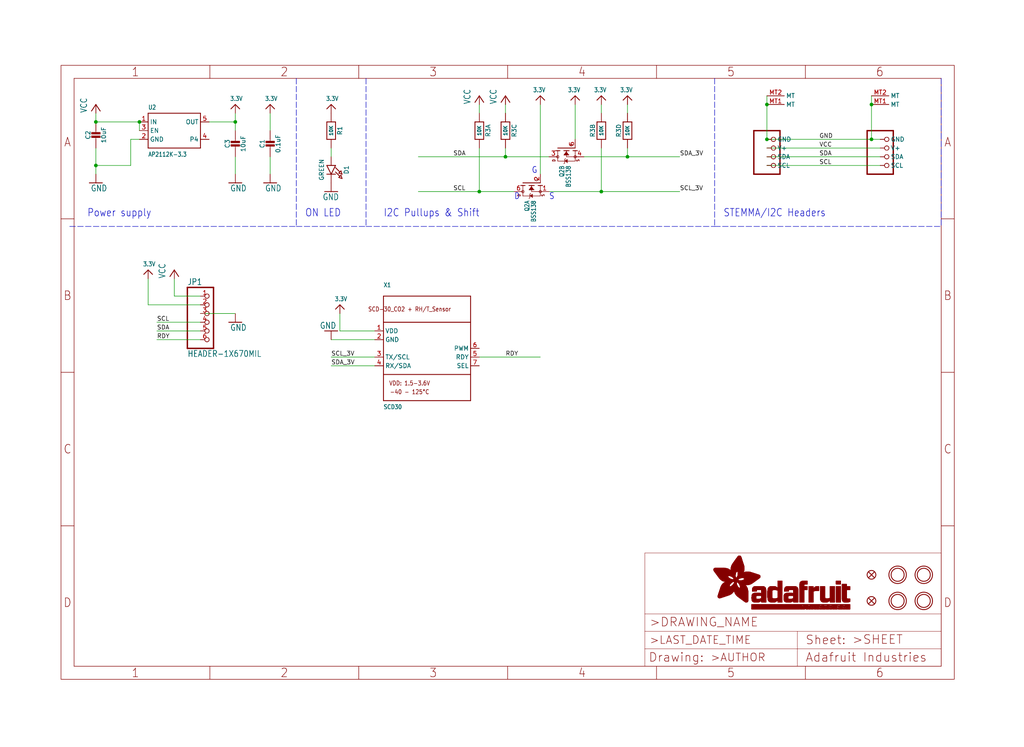
<source format=kicad_sch>
(kicad_sch (version 20211123) (generator eeschema)
  (paper "User" 298.45 217.881)
  (lib_symbols
    (symbol "eagleSchem-eagle-import:3.3V" (power)
      (property "Value" "3.3V" (at -1.524 1.016 0))
      (symbol "3.3V_1_0"
        (pin power_in line (at 0 -2.54 90) (length 2.54) (name "3.3V") (number "1"))
      )
    )
    (symbol "eagleSchem-eagle-import:CAP_CERAMIC0603_NO"
      (property "Reference" "C" (at -2.29 1.25 90))
      (property "Value" "CAP_CERAMIC0603_NO" (at 2.3 1.25 90))
      (symbol "CAP_CERAMIC0603_NO_1_0"
        (pin passive line (at 0 5.08 270) (length 2.54) (name "1") (number "1"))
        (pin passive line (at 0 -2.54 90) (length 2.54) (name "2") (number "2"))
      )
    )
    (symbol "eagleSchem-eagle-import:CAP_CERAMIC0805-NOOUTLINE"
      (property "Reference" "C" (at -2.29 1.25 90))
      (property "Value" "CAP_CERAMIC0805-NOOUTLINE" (at 2.3 1.25 90))
      (symbol "CAP_CERAMIC0805-NOOUTLINE_1_0"
        (pin passive line (at 0 5.08 270) (length 2.54) (name "1") (number "1"))
        (pin passive line (at 0 -2.54 90) (length 2.54) (name "2") (number "2"))
      )
    )
    (symbol "eagleSchem-eagle-import:FIDUCIAL_1MM")
    (symbol "eagleSchem-eagle-import:FRAME_A4_ADAFRUIT"
      (symbol "FRAME_A4_ADAFRUIT_0_0"
        (text "1" (at 21.6958 1.905 0) (effects (font (size 2.54 2.286))))
        (text "1" (at 21.6958 177.165 0) (effects (font (size 2.54 2.286))))
        (text "2" (at 65.0875 1.905 0) (effects (font (size 2.54 2.286))))
        (text "2" (at 65.0875 177.165 0) (effects (font (size 2.54 2.286))))
        (text "3" (at 108.4792 1.905 0) (effects (font (size 2.54 2.286))))
        (text "3" (at 108.4792 177.165 0) (effects (font (size 2.54 2.286))))
        (text "4" (at 151.8708 1.905 0) (effects (font (size 2.54 2.286))))
        (text "4" (at 151.8708 177.165 0) (effects (font (size 2.54 2.286))))
        (text "5" (at 195.2625 1.905 0) (effects (font (size 2.54 2.286))))
        (text "5" (at 195.2625 177.165 0) (effects (font (size 2.54 2.286))))
        (text "6" (at 238.6542 1.905 0) (effects (font (size 2.54 2.286))))
        (text "6" (at 238.6542 177.165 0) (effects (font (size 2.54 2.286))))
        (text "A" (at 1.905 156.6863 0) (effects (font (size 2.54 2.286))))
        (text "A" (at 258.445 156.6863 0) (effects (font (size 2.54 2.286))))
        (text "B" (at 1.905 111.9188 0) (effects (font (size 2.54 2.286))))
        (text "B" (at 258.445 111.9188 0) (effects (font (size 2.54 2.286))))
        (text "C" (at 1.905 67.1513 0) (effects (font (size 2.54 2.286))))
        (text "C" (at 258.445 67.1513 0) (effects (font (size 2.54 2.286))))
        (text "D" (at 1.905 22.3838 0) (effects (font (size 2.54 2.286))))
        (text "D" (at 258.445 22.3838 0) (effects (font (size 2.54 2.286))))
      )
      (symbol "FRAME_A4_ADAFRUIT_1_0"
        (text ">AUTHOR" (at 189.23 5.08 0) (effects (font (size 2.286 2.286)) (justify left bottom)))
        (text ">DRAWING_NAME" (at 171.45 15.24 0) (effects (font (size 2.54 2.54)) (justify left bottom)))
        (text ">LAST_DATE_TIME" (at 171.45 10.16 0) (effects (font (size 2.286 2.286)) (justify left bottom)))
        (text ">SHEET" (at 230.505 10.16 0) (effects (font (size 2.54 2.54)) (justify left bottom)))
        (text "Adafruit Industries" (at 216.916 4.953 0) (effects (font (size 2.54 2.54)) (justify left bottom)))
        (text "Drawing:" (at 171.196 4.953 0) (effects (font (size 2.54 2.54)) (justify left bottom)))
        (text "Sheet:" (at 216.916 10.033 0) (effects (font (size 2.54 2.54)) (justify left bottom)))
      )
    )
    (symbol "eagleSchem-eagle-import:GND" (power)
      (property "Value" "GND" (at -2.54 -2.54 0))
      (symbol "GND_1_0"
        (pin power_in line (at 0 2.54 270) (length 2.54) (name "GND") (number "1"))
      )
    )
    (symbol "eagleSchem-eagle-import:HEADER-1X670MIL"
      (property "Reference" "JP" (at -6.35 10.795 0))
      (property "Value" "HEADER-1X670MIL" (at -6.35 -10.16 0))
      (symbol "HEADER-1X670MIL_1_0"
        (pin passive inverted (at -2.54 7.62 0) (length 2.54) (name "1") (number "1"))
        (pin passive inverted (at -2.54 5.08 0) (length 2.54) (name "2") (number "2"))
        (pin passive inverted (at -2.54 2.54 0) (length 2.54) (name "3") (number "3"))
        (pin passive inverted (at -2.54 0 0) (length 2.54) (name "4") (number "4"))
        (pin passive inverted (at -2.54 -2.54 0) (length 2.54) (name "5") (number "5"))
        (pin passive inverted (at -2.54 -5.08 0) (length 2.54) (name "6") (number "6"))
      )
    )
    (symbol "eagleSchem-eagle-import:LED0603_NOOUTLINE"
      (property "Reference" "D" (at -1.27 4.445 0))
      (property "Value" "LED0603_NOOUTLINE" (at -1.27 -2.794 0))
      (symbol "LED0603_NOOUTLINE_1_0"
        (pin passive line (at -5.08 0 0) (length 2.54) (name "A") (number "A"))
        (pin passive line (at 2.54 0 180) (length 2.54) (name "C") (number "C"))
      )
    )
    (symbol "eagleSchem-eagle-import:MOSFET-N_DUAL"
      (property "Reference" "Q" (at 5.08 0.635 0))
      (property "Value" "MOSFET-N_DUAL" (at 5.08 -1.27 0))
      (symbol "MOSFET-N_DUAL_1_0"
        (text "D" (at 3.175 3.175 0) (effects (font (size 0.8128 0.6908)) (justify left bottom)))
        (text "G" (at -1.27 -1.905 0) (effects (font (size 0.8128 0.6908)) (justify left bottom)))
        (text "S" (at 3.175 -3.81 0) (effects (font (size 0.8128 0.6908)) (justify left bottom)))
        (pin bidirectional line (at 2.54 -5.08 90) (length 2.54) (name "S") (number "1"))
        (pin bidirectional line (at -2.54 -2.54 0) (length 2.54) (name "G") (number "2"))
        (pin bidirectional line (at 2.54 5.08 270) (length 2.54) (name "D") (number "6"))
      )
      (symbol "MOSFET-N_DUAL_2_0"
        (text "D" (at 3.175 3.175 0) (effects (font (size 0.8128 0.6908)) (justify left bottom)))
        (text "G" (at -1.27 -1.905 0) (effects (font (size 0.8128 0.6908)) (justify left bottom)))
        (text "S" (at 3.175 -3.81 0) (effects (font (size 0.8128 0.6908)) (justify left bottom)))
        (pin bidirectional line (at 2.54 5.08 270) (length 2.54) (name "D") (number "3"))
        (pin bidirectional line (at 2.54 -5.08 90) (length 2.54) (name "S") (number "4"))
        (pin bidirectional line (at -2.54 -2.54 0) (length 2.54) (name "G") (number "5"))
      )
    )
    (symbol "eagleSchem-eagle-import:MOUNTINGHOLE2.5")
    (symbol "eagleSchem-eagle-import:RESISTOR_0603_NOOUT"
      (property "Reference" "R" (at 0 2.54 0))
      (property "Value" "RESISTOR_0603_NOOUT" (at 0 0 0))
      (symbol "RESISTOR_0603_NOOUT_1_0"
        (pin passive line (at -5.08 0 0) (length 2.54) (name "1") (number "1"))
        (pin passive line (at 5.08 0 180) (length 2.54) (name "2") (number "2"))
      )
    )
    (symbol "eagleSchem-eagle-import:RESISTOR_4PACK"
      (property "Reference" "R" (at 0 2.54 0))
      (property "Value" "RESISTOR_4PACK" (at 0 0 0))
      (symbol "RESISTOR_4PACK_1_0"
        (pin passive line (at -5.08 0 0) (length 2.54) (name "1") (number "1"))
        (pin passive line (at 5.08 0 180) (length 2.54) (name "2") (number "8"))
      )
      (symbol "RESISTOR_4PACK_2_0"
        (pin passive line (at -5.08 0 0) (length 2.54) (name "1") (number "2"))
        (pin passive line (at 5.08 0 180) (length 2.54) (name "2") (number "7"))
      )
      (symbol "RESISTOR_4PACK_3_0"
        (pin passive line (at -5.08 0 0) (length 2.54) (name "1") (number "3"))
        (pin passive line (at 5.08 0 180) (length 2.54) (name "2") (number "6"))
      )
      (symbol "RESISTOR_4PACK_4_0"
        (pin passive line (at -5.08 0 0) (length 2.54) (name "1") (number "4"))
        (pin passive line (at 5.08 0 180) (length 2.54) (name "2") (number "5"))
      )
    )
    (symbol "eagleSchem-eagle-import:SCD30"
      (property "Reference" "X" (at -12.7 17.78 0))
      (property "Value" "SCD30" (at -12.7 -17.78 0))
      (symbol "SCD30_1_0"
        (text "-40 - 125°C" (at -5.08 -12.7 0) (effects (font (size 1.27 1.0795))))
        (text "SCD-30_CO2 + RH/T_Sensor" (at -5.08 11.43 0) (effects (font (size 1.27 1.0795))))
        (text "VDD: 1.5-3.6V" (at -5.08 -10.16 0) (effects (font (size 1.27 1.0795))))
        (pin power_in line (at -15.24 5.08 0) (length 2.54) (name "VDD") (number "1"))
        (pin power_in line (at -15.24 2.54 0) (length 2.54) (name "GND") (number "2"))
        (pin input line (at -15.24 -2.54 0) (length 2.54) (name "TX/SCL") (number "3"))
        (pin bidirectional line (at -15.24 -5.08 0) (length 2.54) (name "RX/SDA") (number "4"))
        (pin output line (at 15.24 -2.54 180) (length 2.54) (name "RDY") (number "5"))
        (pin output line (at 15.24 0 180) (length 2.54) (name "PWM") (number "6"))
        (pin input line (at 15.24 -5.08 180) (length 2.54) (name "SEL") (number "7"))
      )
    )
    (symbol "eagleSchem-eagle-import:STEMMA_I2C_QT"
      (symbol "STEMMA_I2C_QT_1_0"
        (pin passive inverted (at 0 5.08 0) (length 2.54) (name "GND") (number "1"))
        (pin passive inverted (at 0 2.54 0) (length 2.54) (name "V+") (number "2"))
        (pin passive inverted (at 0 0 0) (length 2.54) (name "SDA") (number "3"))
        (pin passive inverted (at 0 -2.54 0) (length 2.54) (name "SCL") (number "4"))
      )
      (symbol "STEMMA_I2C_QT_2_0"
        (pin bidirectional line (at 0 0 0) (length 5.08) (name "MT") (number "MT1"))
      )
      (symbol "STEMMA_I2C_QT_3_0"
        (pin bidirectional line (at 0 0 0) (length 5.08) (name "MT") (number "MT2"))
      )
    )
    (symbol "eagleSchem-eagle-import:VCC" (power)
      (property "Value" "VCC" (at -2.54 -2.54 90))
      (symbol "VCC_1_0"
        (pin power_in line (at 0 -2.54 90) (length 2.54) (name "VCC") (number "1"))
      )
    )
    (symbol "eagleSchem-eagle-import:VREG_SOT23-5"
      (property "Reference" "U" (at -7.62 6.096 0))
      (property "Value" "VREG_SOT23-5" (at -7.62 -7.62 0))
      (symbol "VREG_SOT23-5_1_0"
        (pin power_in line (at -10.16 2.54 0) (length 2.54) (name "IN") (number "1"))
        (pin power_in line (at -10.16 -2.54 0) (length 2.54) (name "GND") (number "2"))
        (pin input line (at -10.16 0 0) (length 2.54) (name "EN") (number "3"))
        (pin bidirectional line (at 10.16 -2.54 180) (length 2.54) (name "P4") (number "4"))
        (pin power_in line (at 10.16 2.54 180) (length 2.54) (name "OUT") (number "5"))
      )
    )
  )
  (junction (at 147.32 45.72))
  (junction (at 223.52 30.48))
  (junction (at 182.88 45.72))
  (junction (at 254 30.48))
  (junction (at 254 40.64))
  (junction (at 175.26 55.88))
  (junction (at 139.7 55.88))
  (junction (at 40.64 35.56))
  (junction (at 68.58 35.56))
  (junction (at 223.52 40.64))
  (junction (at 27.94 35.56))
  (junction (at 27.94 48.26))
  (wire (pts (xy 167.64 40.64) (xy 167.64 30.48)))
  (wire (pts (xy 38.1 40.64) (xy 38.1 48.26)))
  (wire (pts (xy 99.06 96.52) (xy 99.06 91.44)))
  (wire (pts (xy 58.42 86.36) (xy 50.8 86.36)))
  (polyline (pts (xy 106.68 66.04) (xy 208.28 66.04)))
  (wire (pts (xy 96.52 45.72) (xy 96.52 43.18)))
  (wire (pts (xy 139.7 43.18) (xy 139.7 55.88)))
  (wire (pts (xy 78.74 33.02) (xy 78.74 38.1)))
  (wire (pts (xy 175.26 43.18) (xy 175.26 55.88)))
  (wire (pts (xy 149.86 55.88) (xy 139.7 55.88)))
  (wire (pts (xy 109.22 96.52) (xy 99.06 96.52)))
  (polyline (pts (xy 106.68 22.86) (xy 106.68 66.04)))
  (polyline (pts (xy 86.36 22.86) (xy 86.36 66.04)))
  (wire (pts (xy 139.7 55.88) (xy 121.92 55.88)))
  (wire (pts (xy 223.52 48.26) (xy 256.54 48.26)))
  (wire (pts (xy 27.94 33.02) (xy 27.94 35.56)))
  (wire (pts (xy 223.52 27.94) (xy 223.52 30.48)))
  (wire (pts (xy 256.54 45.72) (xy 223.52 45.72)))
  (wire (pts (xy 40.64 38.1) (xy 40.64 35.56)))
  (wire (pts (xy 40.64 35.56) (xy 27.94 35.56)))
  (wire (pts (xy 182.88 43.18) (xy 182.88 45.72)))
  (wire (pts (xy 182.88 45.72) (xy 198.12 45.72)))
  (wire (pts (xy 38.1 48.26) (xy 27.94 48.26)))
  (wire (pts (xy 68.58 35.56) (xy 68.58 38.1)))
  (wire (pts (xy 60.96 35.56) (xy 68.58 35.56)))
  (wire (pts (xy 96.52 106.68) (xy 109.22 106.68)))
  (wire (pts (xy 50.8 86.36) (xy 50.8 81.28)))
  (wire (pts (xy 160.02 55.88) (xy 175.26 55.88)))
  (wire (pts (xy 68.58 45.72) (xy 68.58 50.8)))
  (wire (pts (xy 139.7 30.48) (xy 139.7 33.02)))
  (wire (pts (xy 43.18 88.9) (xy 43.18 81.28)))
  (wire (pts (xy 58.42 96.52) (xy 45.72 96.52)))
  (wire (pts (xy 175.26 33.02) (xy 175.26 30.48)))
  (wire (pts (xy 109.22 99.06) (xy 96.52 99.06)))
  (wire (pts (xy 157.48 50.8) (xy 157.48 30.48)))
  (polyline (pts (xy 86.36 66.04) (xy 106.68 66.04)))
  (wire (pts (xy 147.32 43.18) (xy 147.32 45.72)))
  (wire (pts (xy 223.52 43.18) (xy 256.54 43.18)))
  (polyline (pts (xy 274.32 22.86) (xy 274.32 66.04)))
  (wire (pts (xy 58.42 99.06) (xy 45.72 99.06)))
  (wire (pts (xy 40.64 40.64) (xy 38.1 40.64)))
  (wire (pts (xy 58.42 91.44) (xy 68.58 91.44)))
  (wire (pts (xy 58.42 93.98) (xy 45.72 93.98)))
  (wire (pts (xy 147.32 45.72) (xy 121.92 45.72)))
  (wire (pts (xy 223.52 30.48) (xy 223.52 40.64)))
  (wire (pts (xy 27.94 48.26) (xy 27.94 50.8)))
  (wire (pts (xy 254 30.48) (xy 254 40.64)))
  (wire (pts (xy 254 27.94) (xy 254 30.48)))
  (wire (pts (xy 254 40.64) (xy 223.52 40.64)))
  (wire (pts (xy 109.22 104.14) (xy 96.52 104.14)))
  (wire (pts (xy 68.58 35.56) (xy 68.58 33.02)))
  (polyline (pts (xy 20.32 66.04) (xy 86.36 66.04)))
  (wire (pts (xy 78.74 45.72) (xy 78.74 50.8)))
  (wire (pts (xy 256.54 40.64) (xy 254 40.64)))
  (polyline (pts (xy 208.28 66.04) (xy 274.32 66.04)))
  (wire (pts (xy 175.26 55.88) (xy 198.12 55.88)))
  (wire (pts (xy 182.88 33.02) (xy 182.88 30.48)))
  (polyline (pts (xy 208.28 22.86) (xy 208.28 66.04)))
  (wire (pts (xy 27.94 48.26) (xy 27.94 43.18)))
  (wire (pts (xy 170.18 45.72) (xy 182.88 45.72)))
  (wire (pts (xy 58.42 88.9) (xy 43.18 88.9)))
  (wire (pts (xy 139.7 104.14) (xy 157.48 104.14)))
  (wire (pts (xy 160.02 45.72) (xy 147.32 45.72)))
  (wire (pts (xy 147.32 33.02) (xy 147.32 30.48)))
  (text "ON LED" (at 88.9 63.5 180) (effects (font (size 2.1844 1.8567)) (justify left bottom)))
  (text "STEMMA/I2C Headers" (at 210.82 63.5 180) (effects (font (size 2.1844 1.8567)) (justify left bottom)))
  (text "D" (at 149.86 58.42 180) (effects (font (size 1.778 1.5113)) (justify left bottom)))
  (text "Power supply" (at 25.4 63.5 180) (effects (font (size 2.1844 1.8567)) (justify left bottom)))
  (text "S" (at 160.02 58.42 180) (effects (font (size 1.778 1.5113)) (justify left bottom)))
  (text "G" (at 154.94 50.8 180) (effects (font (size 1.778 1.5113)) (justify left bottom)))
  (text "I2C Pullups & Shift" (at 111.76 63.5 180) (effects (font (size 2.1844 1.8567)) (justify left bottom)))
  (label "RDY" (at 45.72 99.06 0) (effects (font (size 1.2446 1.2446))))
  (label "GND" (at 238.76 40.64 0) (effects (font (size 1.2446 1.2446))))
  (label "SDA" (at 238.76 45.72 0) (effects (font (size 1.2446 1.2446))))
  (label "SDA_3V" (at 198.12 45.72 0) (effects (font (size 1.2446 1.2446))))
  (label "SCL" (at 45.72 93.98 0) (effects (font (size 1.2446 1.2446))))
  (label "SCL_3V" (at 198.12 55.88 0) (effects (font (size 1.2446 1.2446))))
  (label "SCL_3V" (at 96.52 104.14 0) (effects (font (size 1.2446 1.2446))))
  (label "SDA_3V" (at 96.52 106.68 0) (effects (font (size 1.2446 1.2446))))
  (label "VCC" (at 238.76 43.18 0) (effects (font (size 1.2446 1.2446))))
  (label "SCL" (at 132.08 55.88 0) (effects (font (size 1.2446 1.2446))))
  (label "SDA" (at 132.08 45.72 0) (effects (font (size 1.2446 1.2446))))
  (label "SCL" (at 238.76 48.26 0) (effects (font (size 1.2446 1.2446))))
  (label "SDA" (at 45.72 96.52 0) (effects (font (size 1.2446 1.2446))))
  (label "RDY" (at 147.32 104.14 0) (effects (font (size 1.2446 1.2446))))
  (symbol (lib_id "eagleSchem-eagle-import:3.3V") (at 182.88 27.94 0) (mirror y) (unit 1)
    (property "Reference" "#U$7" (effects hide))
    (property "Value" "3.3V" (at 184.404 26.924 0) (effects (font (size 1.27 1.0795)) (justify left bottom)))
    (property "Footprint" "eagleSchem:" (effects hide))
  )
  (symbol (lib_id "eagleSchem-eagle-import:MOSFET-N_DUAL") (at 154.94 53.34 90) (mirror x) (unit 1)
    (property "Reference" "Q2" (at 154.305 58.42 0) (effects (font (size 1.27 1.0795)) (justify left bottom)))
    (property "Value" "BSS138" (at 156.21 58.42 0) (effects (font (size 1.27 1.0795)) (justify left bottom)))
    (property "Footprint" "eagleSchem:SOT363" (effects hide))
  )
  (symbol (lib_id "eagleSchem-eagle-import:3.3V") (at 157.48 27.94 0) (mirror y) (unit 1)
    (property "Reference" "#U$26" (effects hide))
    (property "Value" "3.3V" (at 159.004 26.924 0) (effects (font (size 1.27 1.0795)) (justify left bottom)))
    (property "Footprint" "eagleSchem:" (effects hide))
  )
  (symbol (lib_id "eagleSchem-eagle-import:LED0603_NOOUTLINE") (at 96.52 50.8 270) (unit 1)
    (property "Reference" "D1" (at 100.965 49.53 0))
    (property "Value" "GREEN" (at 93.726 49.53 0))
    (property "Footprint" "eagleSchem:CHIPLED_0603_NOOUTLINE" (effects hide))
  )
  (symbol (lib_id "eagleSchem-eagle-import:3.3V") (at 99.06 88.9 0) (unit 1)
    (property "Reference" "#U$2" (effects hide))
    (property "Value" "3.3V" (at 97.536 87.884 0) (effects (font (size 1.27 1.0795)) (justify left bottom)))
    (property "Footprint" "eagleSchem:" (effects hide))
  )
  (symbol (lib_id "eagleSchem-eagle-import:GND") (at 68.58 53.34 0) (unit 1)
    (property "Reference" "#U$5" (effects hide))
    (property "Value" "GND" (at 67.056 55.88 0) (effects (font (size 1.778 1.5113)) (justify left bottom)))
    (property "Footprint" "eagleSchem:" (effects hide))
  )
  (symbol (lib_id "eagleSchem-eagle-import:STEMMA_I2C_QT") (at 223.52 45.72 0) (unit 1)
    (property "Reference" "CONN3" (effects hide))
    (property "Value" "STEMMA_I2C_QT" (effects hide))
    (property "Footprint" "eagleSchem:JST_SH4" (effects hide))
  )
  (symbol (lib_id "eagleSchem-eagle-import:CAP_CERAMIC0805-NOOUTLINE") (at 68.58 43.18 0) (unit 1)
    (property "Reference" "C3" (at 66.29 41.93 90))
    (property "Value" "10uF" (at 70.88 41.93 90))
    (property "Footprint" "eagleSchem:0805-NO" (effects hide))
  )
  (symbol (lib_id "eagleSchem-eagle-import:GND") (at 27.94 53.34 0) (unit 1)
    (property "Reference" "#U$13" (effects hide))
    (property "Value" "GND" (at 26.416 55.88 0) (effects (font (size 1.778 1.5113)) (justify left bottom)))
    (property "Footprint" "eagleSchem:" (effects hide))
  )
  (symbol (lib_id "eagleSchem-eagle-import:FRAME_A4_ADAFRUIT") (at 17.78 198.12 0) (unit 1)
    (property "Reference" "#U$18" (effects hide))
    (property "Value" "FRAME_A4_ADAFRUIT" (effects hide))
    (property "Footprint" "eagleSchem:" (effects hide))
  )
  (symbol (lib_id "eagleSchem-eagle-import:GND") (at 78.74 53.34 0) (unit 1)
    (property "Reference" "#U$6" (effects hide))
    (property "Value" "GND" (at 77.216 55.88 0) (effects (font (size 1.778 1.5113)) (justify left bottom)))
    (property "Footprint" "eagleSchem:" (effects hide))
  )
  (symbol (lib_id "eagleSchem-eagle-import:MOUNTINGHOLE2.5") (at 261.62 167.64 0) (unit 1)
    (property "Reference" "U$17" (effects hide))
    (property "Value" "MOUNTINGHOLE2.5" (effects hide))
    (property "Footprint" "eagleSchem:MOUNTINGHOLE_2.5_PLATED" (effects hide))
  )
  (symbol (lib_id "eagleSchem-eagle-import:RESISTOR_4PACK") (at 175.26 38.1 90) (mirror x) (unit 2)
    (property "Reference" "R3" (at 172.72 38.1 0))
    (property "Value" "10K" (at 175.26 38.1 0) (effects (font (size 1.016 1.016) bold)))
    (property "Footprint" "eagleSchem:RESPACK_4X0603" (effects hide))
  )
  (symbol (lib_id "eagleSchem-eagle-import:3.3V") (at 96.52 30.48 0) (unit 1)
    (property "Reference" "#U$3" (effects hide))
    (property "Value" "3.3V" (at 94.996 29.464 0) (effects (font (size 1.27 1.0795)) (justify left bottom)))
    (property "Footprint" "eagleSchem:" (effects hide))
  )
  (symbol (lib_id "eagleSchem-eagle-import:VCC") (at 50.8 78.74 0) (unit 1)
    (property "Reference" "#P+4" (effects hide))
    (property "Value" "VCC" (at 48.26 81.28 90) (effects (font (size 1.778 1.5113)) (justify left bottom)))
    (property "Footprint" "eagleSchem:" (effects hide))
  )
  (symbol (lib_id "eagleSchem-eagle-import:VCC") (at 147.32 27.94 0) (unit 1)
    (property "Reference" "#P+2" (effects hide))
    (property "Value" "VCC" (at 144.78 30.48 90) (effects (font (size 1.778 1.5113)) (justify left bottom)))
    (property "Footprint" "eagleSchem:" (effects hide))
  )
  (symbol (lib_id "eagleSchem-eagle-import:RESISTOR_0603_NOOUT") (at 96.52 38.1 270) (unit 1)
    (property "Reference" "R1" (at 99.06 38.1 0))
    (property "Value" "10K" (at 96.52 38.1 0) (effects (font (size 1.016 1.016) bold)))
    (property "Footprint" "eagleSchem:0603-NO" (effects hide))
  )
  (symbol (lib_id "eagleSchem-eagle-import:3.3V") (at 167.64 27.94 0) (mirror y) (unit 1)
    (property "Reference" "#U$23" (effects hide))
    (property "Value" "3.3V" (at 169.164 26.924 0) (effects (font (size 1.27 1.0795)) (justify left bottom)))
    (property "Footprint" "eagleSchem:" (effects hide))
  )
  (symbol (lib_id "eagleSchem-eagle-import:GND") (at 96.52 55.88 0) (unit 1)
    (property "Reference" "#GND6" (effects hide))
    (property "Value" "GND" (at 93.98 58.42 0) (effects (font (size 1.778 1.5113)) (justify left bottom)))
    (property "Footprint" "eagleSchem:" (effects hide))
  )
  (symbol (lib_id "eagleSchem-eagle-import:RESISTOR_4PACK") (at 147.32 38.1 270) (unit 3)
    (property "Reference" "R3" (at 149.86 38.1 0))
    (property "Value" "10K" (at 147.32 38.1 0) (effects (font (size 1.016 1.016) bold)))
    (property "Footprint" "eagleSchem:RESPACK_4X0603" (effects hide))
  )
  (symbol (lib_id "eagleSchem-eagle-import:3.3V") (at 78.74 30.48 0) (unit 1)
    (property "Reference" "#U$14" (effects hide))
    (property "Value" "3.3V" (at 77.216 29.464 0) (effects (font (size 1.27 1.0795)) (justify left bottom)))
    (property "Footprint" "eagleSchem:" (effects hide))
  )
  (symbol (lib_id "eagleSchem-eagle-import:3.3V") (at 68.58 30.48 0) (unit 1)
    (property "Reference" "#U$15" (effects hide))
    (property "Value" "3.3V" (at 67.056 29.464 0) (effects (font (size 1.27 1.0795)) (justify left bottom)))
    (property "Footprint" "eagleSchem:" (effects hide))
  )
  (symbol (lib_id "eagleSchem-eagle-import:CAP_CERAMIC0603_NO") (at 78.74 43.18 0) (unit 1)
    (property "Reference" "C1" (at 76.45 41.93 90))
    (property "Value" "0.1uF" (at 81.04 41.93 90))
    (property "Footprint" "eagleSchem:0603-NO" (effects hide))
  )
  (symbol (lib_id "eagleSchem-eagle-import:FIDUCIAL_1MM") (at 254 167.64 0) (unit 1)
    (property "Reference" "FID4" (effects hide))
    (property "Value" "FIDUCIAL_1MM" (effects hide))
    (property "Footprint" "eagleSchem:FIDUCIAL_1MM" (effects hide))
  )
  (symbol (lib_id "eagleSchem-eagle-import:VCC") (at 139.7 27.94 0) (unit 1)
    (property "Reference" "#P+1" (effects hide))
    (property "Value" "VCC" (at 137.16 30.48 90) (effects (font (size 1.778 1.5113)) (justify left bottom)))
    (property "Footprint" "eagleSchem:" (effects hide))
  )
  (symbol (lib_id "eagleSchem-eagle-import:FIDUCIAL_1MM") (at 254 175.26 0) (unit 1)
    (property "Reference" "FID3" (effects hide))
    (property "Value" "FIDUCIAL_1MM" (effects hide))
    (property "Footprint" "eagleSchem:FIDUCIAL_1MM" (effects hide))
  )
  (symbol (lib_id "eagleSchem-eagle-import:GND") (at 96.52 96.52 180) (unit 1)
    (property "Reference" "#U$4" (effects hide))
    (property "Value" "GND" (at 98.044 93.98 0) (effects (font (size 1.778 1.5113)) (justify left bottom)))
    (property "Footprint" "eagleSchem:" (effects hide))
  )
  (symbol (lib_id "eagleSchem-eagle-import:STEMMA_I2C_QT") (at 223.52 27.94 0) (unit 3)
    (property "Reference" "CONN3" (effects hide))
    (property "Value" "STEMMA_I2C_QT" (effects hide))
    (property "Footprint" "eagleSchem:JST_SH4" (effects hide))
  )
  (symbol (lib_id "eagleSchem-eagle-import:CAP_CERAMIC0805-NOOUTLINE") (at 27.94 40.64 0) (unit 1)
    (property "Reference" "C2" (at 25.65 39.39 90))
    (property "Value" "10uF" (at 30.24 39.39 90))
    (property "Footprint" "eagleSchem:0805-NO" (effects hide))
  )
  (symbol (lib_id "eagleSchem-eagle-import:GND") (at 68.58 93.98 0) (unit 1)
    (property "Reference" "#U$10" (effects hide))
    (property "Value" "GND" (at 67.056 96.52 0) (effects (font (size 1.778 1.5113)) (justify left bottom)))
    (property "Footprint" "eagleSchem:" (effects hide))
  )
  (symbol (lib_id "eagleSchem-eagle-import:SCD30") (at 124.46 101.6 0) (unit 1)
    (property "Reference" "X1" (at 111.76 83.82 0) (effects (font (size 1.27 1.0795)) (justify left bottom)))
    (property "Value" "SCD30" (at 111.76 119.38 0) (effects (font (size 1.27 1.0795)) (justify left bottom)))
    (property "Footprint" "eagleSchem:SCD30" (effects hide))
  )
  (symbol (lib_id "eagleSchem-eagle-import:STEMMA_I2C_QT") (at 254 30.48 0) (unit 2)
    (property "Reference" "CONN4" (effects hide))
    (property "Value" "STEMMA_I2C_QT" (effects hide))
    (property "Footprint" "eagleSchem:JST_SH4" (effects hide))
  )
  (symbol (lib_id "eagleSchem-eagle-import:MOUNTINGHOLE2.5") (at 261.62 175.26 0) (unit 1)
    (property "Reference" "U$1" (effects hide))
    (property "Value" "MOUNTINGHOLE2.5" (effects hide))
    (property "Footprint" "eagleSchem:MOUNTINGHOLE_2.5_PLATED" (effects hide))
  )
  (symbol (lib_id "eagleSchem-eagle-import:3.3V") (at 175.26 27.94 0) (mirror y) (unit 1)
    (property "Reference" "#U$24" (effects hide))
    (property "Value" "3.3V" (at 176.784 26.924 0) (effects (font (size 1.27 1.0795)) (justify left bottom)))
    (property "Footprint" "eagleSchem:" (effects hide))
  )
  (symbol (lib_id "eagleSchem-eagle-import:RESISTOR_4PACK") (at 182.88 38.1 90) (mirror x) (unit 4)
    (property "Reference" "R3" (at 180.34 38.1 0))
    (property "Value" "10K" (at 182.88 38.1 0) (effects (font (size 1.016 1.016) bold)))
    (property "Footprint" "eagleSchem:RESPACK_4X0603" (effects hide))
  )
  (symbol (lib_id "eagleSchem-eagle-import:RESISTOR_4PACK") (at 139.7 38.1 270) (unit 1)
    (property "Reference" "R3" (at 142.24 38.1 0))
    (property "Value" "10K" (at 139.7 38.1 0) (effects (font (size 1.016 1.016) bold)))
    (property "Footprint" "eagleSchem:RESPACK_4X0603" (effects hide))
  )
  (symbol (lib_id "eagleSchem-eagle-import:HEADER-1X670MIL") (at 60.96 93.98 0) (unit 1)
    (property "Reference" "JP1" (at 54.61 83.185 0) (effects (font (size 1.778 1.5113)) (justify left bottom)))
    (property "Value" "HEADER-1X670MIL" (at 54.61 104.14 0) (effects (font (size 1.778 1.5113)) (justify left bottom)))
    (property "Footprint" "eagleSchem:1X06_ROUND_70" (effects hide))
  )
  (symbol (lib_id "eagleSchem-eagle-import:3.3V") (at 43.18 78.74 0) (unit 1)
    (property "Reference" "#U$16" (effects hide))
    (property "Value" "3.3V" (at 41.656 77.724 0) (effects (font (size 1.27 1.0795)) (justify left bottom)))
    (property "Footprint" "eagleSchem:" (effects hide))
  )
  (symbol (lib_id "eagleSchem-eagle-import:MOUNTINGHOLE2.5") (at 269.24 175.26 0) (unit 1)
    (property "Reference" "U$21" (effects hide))
    (property "Value" "MOUNTINGHOLE2.5" (effects hide))
    (property "Footprint" "eagleSchem:MOUNTINGHOLE_2.5_PLATED" (effects hide))
  )
  (symbol (lib_id "eagleSchem-eagle-import:MOUNTINGHOLE2.5") (at 269.24 167.64 0) (unit 1)
    (property "Reference" "U$19" (effects hide))
    (property "Value" "MOUNTINGHOLE2.5" (effects hide))
    (property "Footprint" "eagleSchem:MOUNTINGHOLE_2.5_PLATED" (effects hide))
  )
  (symbol (lib_id "eagleSchem-eagle-import:STEMMA_I2C_QT") (at 223.52 30.48 0) (unit 2)
    (property "Reference" "CONN3" (effects hide))
    (property "Value" "STEMMA_I2C_QT" (effects hide))
    (property "Footprint" "eagleSchem:JST_SH4" (effects hide))
  )
  (symbol (lib_id "eagleSchem-eagle-import:VCC") (at 27.94 30.48 0) (unit 1)
    (property "Reference" "#P+3" (effects hide))
    (property "Value" "VCC" (at 25.4 33.02 90) (effects (font (size 1.778 1.5113)) (justify left bottom)))
    (property "Footprint" "eagleSchem:" (effects hide))
  )
  (symbol (lib_id "eagleSchem-eagle-import:VREG_SOT23-5") (at 50.8 38.1 0) (unit 1)
    (property "Reference" "U2" (at 43.18 32.004 0) (effects (font (size 1.27 1.0795)) (justify left bottom)))
    (property "Value" "AP2112K-3.3" (at 43.18 45.72 0) (effects (font (size 1.27 1.0795)) (justify left bottom)))
    (property "Footprint" "eagleSchem:SOT23-5" (effects hide))
  )
  (symbol (lib_id "eagleSchem-eagle-import:STEMMA_I2C_QT") (at 254 27.94 0) (unit 3)
    (property "Reference" "CONN4" (effects hide))
    (property "Value" "STEMMA_I2C_QT" (effects hide))
    (property "Footprint" "eagleSchem:JST_SH4" (effects hide))
  )
  (symbol (lib_id "eagleSchem-eagle-import:MOSFET-N_DUAL") (at 165.1 43.18 90) (mirror x) (unit 2)
    (property "Reference" "Q2" (at 164.465 48.26 0) (effects (font (size 1.27 1.0795)) (justify left bottom)))
    (property "Value" "BSS138" (at 166.37 48.26 0) (effects (font (size 1.27 1.0795)) (justify left bottom)))
    (property "Footprint" "eagleSchem:SOT363" (effects hide))
  )
  (symbol (lib_id "eagleSchem-eagle-import:STEMMA_I2C_QT") (at 256.54 45.72 0) (unit 1)
    (property "Reference" "CONN4" (effects hide))
    (property "Value" "STEMMA_I2C_QT" (effects hide))
    (property "Footprint" "eagleSchem:JST_SH4" (effects hide))
  )
)
</source>
